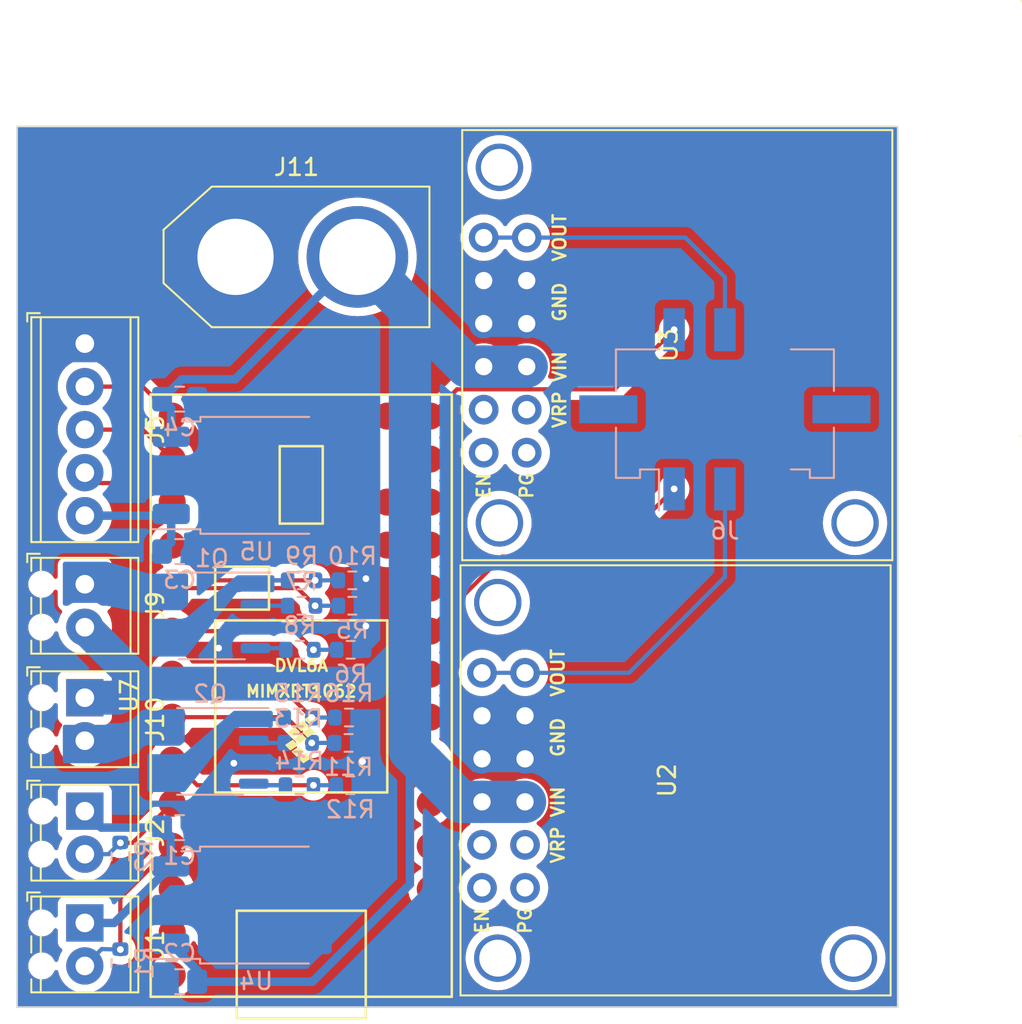
<source format=kicad_pcb>
(kicad_pcb (version 20221018) (generator pcbnew)
  (layers (0 "F.Cu" signal) (31 "B.Cu" signal) (34 "B.Paste" user) (35 "F.Paste" user) (36 "B.SilkS" user "B.Silkscreen") (37 "F.SilkS" user "F.Silkscreen") (38 "B.Mask" user) (39 "F.Mask" user) (44 "Edge.Cuts" user))
  (net 0 "")
  (net 1 "9V")
  (net 2 "/P0_SENSE")
  (net 3 "GND")
  (net 4 "/P1_SENSE")
  (net 5 "5V")
  (net 6 "3V3")
  (net 7 "/LOAD_CELL_CLK")
  (net 8 "/LOAD_CELL_DAT")
  (net 9 "/SERVO_0_PWM")
  (net 10 "/SERVO_1_PWM")
  (net 12 "Net-(Q1A-S1)")
  (net 13 "Net-(Q1A-G1)")
  (net 14 "Net-(Q1B-G2)")
  (net 15 "Net-(Q2A-S1)")
  (net 18 "BATT")
  (net 19 "6VA")
  (net 24 "6VB")
  (net 27 "Net-(Q2A-G1)")
  (net 28 "Net-(Q2B-G2)")
  (net 29 "/ARM_A")
  (net 30 "/FIRE_A")
  (net 31 "/SENSE_A")
  (net 32 "/ARM_B")
  (net 33 "/FIRE_B")
  (net 34 "/SENSE_B")
  (net 36 "/PYRO_A")
  (net 37 "/PYRO_B")
  (footprint "Pololu:D36V50F6-TARS" (layer "F.Cu") (at 103.285 64.21 -90)
    (fp_text reference "U3" (at 12.7 -12.2 90) (layer "F.SilkS"))
    (fp_text value "D36V50F6")
    (fp_text user "PG" (at 21 -3.81 90) (layer "F.SilkS") (effects (font (size 0.75 0.75))))
    (fp_text user "VRP" (at 16.51 -5.75 90) (layer "F.SilkS") (effects (font (size 0.75 0.75))))
    (fp_text user "VOUT" (at 6.35 -5.75 90) (layer "F.SilkS") (effects (font (size 0.75 0.75))))
    (fp_text user "EN" (at 21 -1.27 90) (layer "F.SilkS") (effects (font (size 0.75 0.75))))
    (fp_text user "VIN" (at 13.97 -5.75 90) (layer "F.SilkS") (effects (font (size 0.75 0.75))))
    (fp_text user "GND" (at 10.16 -5.75 90) (layer "F.SilkS") (effects (font (size 0.75 0.75))))
    (pad "" np_thru_hole circle (at 2.2 -2.2 270) (size 2.8 2.8) (drill 2.18) (layers "*.Cu" "*.Mask"))
    (pad "" np_thru_hole circle (at 23.2 -23.2 270) (size 2.8 2.8) (drill 2.18) (layers "*.Cu" "*.Mask"))
    (pad "" np_thru_hole circle (at 23.2 -2.2 270) (size 2.8 2.8) (drill 2.18) (layers "*.Cu" "*.Mask"))
    (pad "1" thru_hole circle (at 19.05 -3.81 270) (size 1.75 1.75) (drill 1.02) (layers "*.Cu" "*.Mask"))
    (pad "2" thru_hole circle (at 16.51 -3.81 270) (size 1.75 1.75) (drill 1.02) (layers "*.Cu" "*.Mask"))
    (pad "3" thru_hole circle (at 13.97 -3.81 270) (size 1.75 1.75) (drill 1.02) (layers "*.Cu" "*.Mask") (net 18 "BATT"))
    (pad "4" thru_hole circle (at 11.43 -3.81 270) (size 1.75 1.75) (drill 1.02) (layers "*.Cu" "*.Mask") (net 3 "GND"))
    (pad "5" thru_hole circle (at 8.89 -3.81 270) (size 1.75 1.75) (drill 1.02) (layers "*.Cu" "*.Mask") (net 3 "GND"))
    (pad "6" thru_hole circle (at 6.35 -3.81 270) (size 1.75 1.75) (drill 1.02) (layers "*.Cu" "*.Mask") (net 24 "6VB"))
    (pad "7" thru_hole circle (at 19.05 -1.27 270) (size 1.75 1.75) (drill 1.02) (layers "*.Cu" "*.Mask"))
    (pad "8" thru_hole circle (at 16.51 -1.27 270) (size 1.75 1.75) (drill 1.02) (layers "*.Cu" "*.Mask"))
    (pad "9" thru_hole circle (at 13.97 -1.27 270) (size 1.75 1.75) (drill 1.02) (layers "*.Cu" "*.Mask") (net 18 "BATT"))
    (pad "10" thru_hole circle (at 11.43 -1.27 270) (size 1.75 1.75) (drill 1.02) (layers "*.Cu" "*.Mask") (net 3 "GND"))
    (pad "11" thru_hole circle (at 8.89 -1.27 270) (size 1.75 1.75) (drill 1.02) (layers "*.Cu" "*.Mask") (net 3 "GND"))
    (pad "12" thru_hole circle (at 6.35 -1.27 270) (size 1.75 1.75) (drill 1.02) (layers "*.Cu" "*.Mask") (net 24 "6VB"))
  )
  (footprint "Teensy:Teensy40" (layer "F.Cu") (at 93.78 97.61 90)
    (fp_text reference "U7" (at 0 -10.16 90) (layer "F.SilkS"))
    (fp_text value "Teensy4.0")
    (fp_text user "DVL6A" (at 1.778 0 180) (layer "F.SilkS") (effects (font (size 0.7 0.7))))
    (fp_text user "MIMXRT1062" (at 0.254 0 180) (layer "F.SilkS") (effects (font (size 0.7 0.7))))
    (pad "1" smd circle (at -16.51 7.62 90) (size 1.6 1.6) (layers "F.Cu" "F.Paste" "F.Mask") (net 3 "GND"))
    (pad "2" smd circle (at -13.97 7.62 90) (size 1.6 1.6) (layers "F.Cu" "F.Paste" "F.Mask"))
    (pad "3" smd circle (at -11.43 7.62 90) (size 1.6 1.6) (layers "F.Cu" "F.Paste" "F.Mask"))
    (pad "4" smd circle (at -8.89 7.62 90) (size 1.6 1.6) (layers "F.Cu" "F.Paste" "F.Mask"))
    (pad "5" smd circle (at -6.35 7.62 90) (size 1.6 1.6) (layers "F.Cu" "F.Paste" "F.Mask"))
    (pad "6" smd circle (at -3.81 7.62 90) (size 1.6 1.6) (layers "F.Cu" "F.Paste" "F.Mask"))
    (pad "7" smd circle (at -1.27 7.62 90) (size 1.6 1.6) (layers "F.Cu" "F.Paste" "F.Mask"))
    (pad "8" smd circle (at 1.27 7.62 90) (size 1.6 1.6) (layers "F.Cu" "F.Paste" "F.Mask"))
    (pad "9" smd circle (at 3.81 7.62 90) (size 1.6 1.6) (layers "F.Cu" "F.Paste" "F.Mask") (net 9 "/SERVO_0_PWM"))
    (pad "10" smd circle (at 6.35 7.62 90) (size 1.6 1.6) (layers "F.Cu" "F.Paste" "F.Mask"))
    (pad "11" smd circle (at 8.89 7.62 90) (size 1.6 1.6) (layers "F.Cu" "F.Paste" "F.Mask"))
    (pad "12" smd circle (at 11.43 7.62 90) (size 1.6 1.6) (layers "F.Cu" "F.Paste" "F.Mask"))
    (pad "13" smd circle (at 13.97 7.62 90) (size 1.6 1.6) (layers "F.Cu" "F.Paste" "F.Mask"))
    (pad "14" smd circle (at 16.51 7.62 90) (size 1.6 1.6) (layers "F.Cu" "F.Paste" "F.Mask") (net 10 "/SERVO_1_PWM"))
    (pad "15" smd circle (at 16.51 5.08 90) (size 1.6 1.6) (layers "F.Cu" "F.Paste" "F.Mask"))
    (pad "16" smd circle (at 16.51 2.54 90) (size 1.6 1.6) (layers "F.Cu" "F.Paste" "F.Mask") (net 6 "3V3"))
    (pad "17" smd circle (at 16.51 0 90) (size 1.6 1.6) (layers "F.Cu" "F.Paste" "F.Mask") (net 3 "GND"))
    (pad "18" smd circle (at 16.51 -2.54 90) (size 1.6 1.6) (layers "F.Cu" "F.Paste" "F.Mask"))
    (pad "19" smd circle (at 16.51 -5.08 90) (size 1.6 1.6) (layers "F.Cu" "F.Paste" "F.Mask"))
    (pad "20" smd circle (at 16.51 -7.62 90) (size 1.6 1.6) (layers "F.Cu" "F.Paste" "F.Mask") (net 8 "/LOAD_CELL_DAT"))
    (pad "21" smd circle (at 13.97 -7.62 90) (size 1.6 1.6) (layers "F.Cu" "F.Paste" "F.Mask") (net 7 "/LOAD_CELL_CLK"))
    (pad "22" smd circle (at 11.43 -7.62 90) (size 1.6 1.6) (layers "F.Cu" "F.Paste" "F.Mask"))
    (pad "23" smd circle (at 8.89 -7.62 90) (size 1.6 1.6) (layers "F.Cu" "F.Paste" "F.Mask") (net 31 "/SENSE_A"))
    (pad "24" smd circle (at 6.35 -7.62 90) (size 1.6 1.6) (layers "F.Cu" "F.Paste" "F.Mask") (net 29 "/ARM_A"))
    (pad "25" smd circle (at 3.81 -7.62 90) (size 1.6 1.6) (layers "F.Cu" "F.Paste" "F.Mask") (net 30 "/FIRE_A"))
    (pad "26" smd circle (at 1.27 -7.62 90) (size 1.6 1.6) (layers "F.Cu" "F.Paste" "F.Mask") (net 34 "/SENSE_B"))
    (pad "27" smd circle (at -1.27 -7.62 90) (size 1.6 1.6) (layers "F.Cu" "F.Paste" "F.Mask") (net 32 "/ARM_B"))
    (pad "28" smd circle (at -3.81 -7.62 90) (size 1.6 1.6) (layers "F.Cu" "F.Paste" "F.Mask") (net 33 "/FIRE_B"))
    (pad "29" smd circle (at -6.35 -7.62 90) (size 1.6 1.6) (layers "F.Cu" "F.Paste" "F.Mask") (net 4 "/P1_SENSE"))
    (pad "30" smd circle (at -8.89 -7.62 90) (size 1.6 1.6) (layers "F.Cu" "F.Paste" "F.Mask") (net 2 "/P0_SENSE"))
    (pad "31" smd circle (at -11.43 -7.62 90) (size 1.6 1.6) (layers "F.Cu" "F.Paste" "F.Mask"))
    (pad "32" smd circle (at -13.97 -7.62 90) (size 1.6 1.6) (layers "F.Cu" "F.Paste" "F.Mask"))
    (pad "33" smd circle (at -16.51 -7.62 90) (size 1.6 1.6) (layers "F.Cu" "F.Paste" "F.Mask"))
    (pad "34" smd circle (at -13.97 -5.08 90) (size 1.6 1.6) (layers "F.Cu" "F.Paste" "F.Mask"))
    (pad "35" smd circle (at 11.43 -5.08 90) (size 1.6 1.6) (layers "F.Cu" "F.Paste" "F.Mask"))
    (pad "36" smd circle (at 8.89 -5.08 90) (size 1.6 1.6) (layers "F.Cu" "F.Paste" "F.Mask"))
    (pad "37" smd circle (at 11.43 -2.54 90) (size 1.6 1.6) (layers "F.Cu" "F.Paste" "F.Mask"))
    (pad "38" smd circle (at 8.89 -2.54 90) (size 1.6 1.6) (layers "F.Cu" "F.Paste" "F.Mask"))
    (pad "39" smd circle (at 11.43 0 90) (size 1.6 1.6) (layers "F.Cu" "F.Paste" "F.Mask"))
    (pad "40" smd circle (at 8.89 0 90) (size 1.6 1.6) (layers "F.Cu" "F.Paste" "F.Mask"))
    (pad "41" smd circle (at 11.43 2.54 90) (size 1.6 1.6) (layers "F.Cu" "F.Paste" "F.Mask"))
    (pad "42" smd circle (at 8.89 2.54 90) (size 1.6 1.6) (layers "F.Cu" "F.Paste" "F.Mask"))
    (pad "43" smd circle (at 11.43 5.08 90) (size 1.6 1.6) (layers "F.Cu" "F.Paste" "F.Mask"))
    (pad "44" smd circle (at 8.89 5.08 90) (size 1.6 1.6) (layers "F.Cu" "F.Paste" "F.Mask"))
  )
  (footprint "TerminalBlock_Phoenix:TerminalBlock_Phoenix_MPT-0,5-2-2.54_1x02_P2.54mm_Horizontal" (layer "F.Cu") (at 81 97.73 -90)
    (fp_text reference "J10" (at 1.27 -4.16 90) (layer "F.SilkS"))
    (fp_text value "PYRO_FIRE_1")
    (pad "" np_thru_hole circle (at 0 2.54 270) (size 1.1 1.1) (drill 1.1) (layers "*.Cu" "*.Mask"))
    (pad "" np_thru_hole circle (at 2.54 2.54 270) (size 1.1 1.1) (drill 1.1) (layers "*.Cu" "*.Mask"))
    (pad "1" thru_hole rect (at 0 0 270) (size 2.2 2.2) (drill 1.1) (layers "*.Cu" "*.Mask") (net 18 "BATT"))
    (pad "2" thru_hole circle (at 2.54 0 270) (size 2.2 2.2) (drill 1.1) (layers "*.Cu" "*.Mask") (net 37 "/PYRO_B"))
  )
  (footprint "TerminalBlock_Phoenix:TerminalBlock_Phoenix_MPT-0,5-2-2.54_1x02_P2.54mm_Horizontal" (layer "F.Cu") (at 81 104.43 -90)
    (fp_text reference "J2" (at 1.27 -4.16 90) (layer "F.SilkS"))
    (fp_text value "PT_BLOCK_1")
    (pad "" np_thru_hole circle (at 0 2.54 270) (size 1.1 1.1) (drill 1.1) (layers "*.Cu" "*.Mask"))
    (pad "" np_thru_hole circle (at 2.54 2.54 270) (size 1.1 1.1) (drill 1.1) (layers "*.Cu" "*.Mask"))
    (pad "1" thru_hole rect (at 0 0 270) (size 2.2 2.2) (drill 1.1) (layers "*.Cu" "*.Mask") (net 1 "9V"))
    (pad "2" thru_hole circle (at 2.54 0 270) (size 2.2 2.2) (drill 1.1) (layers "*.Cu" "*.Mask") (net 4 "/P1_SENSE"))
  )
  (footprint "Pololu:D36V50F6-TARS" (layer "F.Cu") (at 103.185 89.91 -90)
    (fp_text reference "U2" (at 12.7 -12.2 90) (layer "F.SilkS"))
    (fp_text value "D36V50F6")
    (fp_text user "VIN" (at 13.97 -5.75 90) (layer "F.SilkS") (effects (font (size 0.75 0.75))))
    (fp_text user "GND" (at 10.16 -5.75 90) (layer "F.SilkS") (effects (font (size 0.75 0.75))))
    (fp_text user "PG" (at 21 -3.81 90) (layer "F.SilkS") (effects (font (size 0.75 0.75))))
    (fp_text user "VOUT" (at 6.35 -5.75 90) (layer "F.SilkS") (effects (font (size 0.75 0.75))))
    (fp_text user "VRP" (at 16.51 -5.75 90) (layer "F.SilkS") (effects (font (size 0.75 0.75))))
    (fp_text user "EN" (at 21 -1.27 90) (layer "F.SilkS") (effects (font (size 0.75 0.75))))
    (pad "" np_thru_hole circle (at 2.2 -2.2 270) (size 2.8 2.8) (drill 2.18) (layers "*.Cu" "*.Mask"))
    (pad "" np_thru_hole circle (at 23.2 -23.2 270) (size 2.8 2.8) (drill 2.18) (layers "*.Cu" "*.Mask"))
    (pad "" np_thru_hole circle (at 23.2 -2.2 270) (size 2.8 2.8) (drill 2.18) (layers "*.Cu" "*.Mask"))
    (pad "1" thru_hole circle (at 19.05 -3.81 270) (size 1.75 1.75) (drill 1.02) (layers "*.Cu" "*.Mask"))
    (pad "2" thru_hole circle (at 16.51 -3.81 270) (size 1.75 1.75) (drill 1.02) (layers "*.Cu" "*.Mask"))
    (pad "3" thru_hole circle (at 13.97 -3.81 270) (size 1.75 1.75) (drill 1.02) (layers "*.Cu" "*.Mask") (net 18 "BATT"))
    (pad "4" thru_hole circle (at 11.43 -3.81 270) (size 1.75 1.75) (drill 1.02) (layers "*.Cu" "*.Mask") (net 3 "GND"))
    (pad "5" thru_hole circle (at 8.89 -3.81 270) (size 1.75 1.75) (drill 1.02) (layers "*.Cu" "*.Mask") (net 3 "GND"))
    (pad "6" thru_hole circle (at 6.35 -3.81 270) (size 1.75 1.75) (drill 1.02) (layers "*.Cu" "*.Mask") (net 19 "6VA"))
    (pad "7" thru_hole circle (at 19.05 -1.27 270) (size 1.75 1.75) (drill 1.02) (layers "*.Cu" "*.Mask"))
    (pad "8" thru_hole circle (at 16.51 -1.27 270) (size 1.75 1.75) (drill 1.02) (layers "*.Cu" "*.Mask"))
    (pad "9" thru_hole circle (at 13.97 -1.27 270) (size 1.75 1.75) (drill 1.02) (layers "*.Cu" "*.Mask") (net 18 "BATT"))
    (pad "10" thru_hole circle (at 11.43 -1.27 270) (size 1.75 1.75) (drill 1.02) (layers "*.Cu" "*.Mask") (net 3 "GND"))
    (pad "11" thru_hole circle (at 8.89 -1.27 270) (size 1.75 1.75) (drill 1.02) (layers "*.Cu" "*.Mask") (net 3 "GND"))
    (pad "12" thru_hole circle (at 6.35 -1.27 270) (size 1.75 1.75) (drill 1.02) (layers "*.Cu" "*.Mask") (net 19 "6VA"))
  )
  (footprint "TerminalBlock_Phoenix:TerminalBlock_Phoenix_MPT-0,5-2-2.54_1x02_P2.54mm_Horizontal" (layer "F.Cu") (at 81 91.03 -90)
    (fp_text reference "J9" (at 1.27 -4.16 90) (layer "F.SilkS"))
    (fp_text value "PYRO_FIRE_0")
    (pad "" np_thru_hole circle (at 0 2.54 270) (size 1.1 1.1) (drill 1.1) (layers "*.Cu" "*.Mask"))
    (pad "" np_thru_hole circle (at 2.54 2.54 270) (size 1.1 1.1) (drill 1.1) (layers "*.Cu" "*.Mask"))
    (pad "1" thru_hole rect (at 0 0 270) (size 2.2 2.2) (drill 1.1) (layers "*.Cu" "*.Mask") (net 36 "/PYRO_A"))
    (pad "2" thru_hole circle (at 2.54 0 270) (size 2.2 2.2) (drill 1.1) (layers "*.Cu" "*.Mask") (net 18 "BATT"))
  )
  (footprint "Connector_AMASS:AMASS_XT60-M_1x02_P7.20mm_Vertical" (layer "F.Cu") (at 89.9 71.7)
    (fp_text reference "J11" (at 3.6 -5.3) (layer "F.SilkS"))
    (fp_text value "XT60")
    (pad "1" thru_hole roundrect (at 0 0) (size 6 6) (drill 4.5) (layers "*.Cu" "*.Mask") (net 3 "GND"))
    (pad "2" thru_hole circle (at 7.2 0) (size 6 6) (drill 4.5) (layers "*.Cu" "*.Mask") (net 18 "BATT"))
  )
  (footprint "TerminalBlock_Phoenix:TerminalBlock_Phoenix_MPT-0,5-5-2.54_1x05_P2.54mm_Horizontal" (layer "F.Cu") (at 81 76.82 -90)
    (fp_text reference "J5" (at 5.08 -4.16 90) (layer "F.SilkS"))
    (fp_text value "Screw_Terminal_01x05")
    (pad "1" thru_hole rect (at 0 0 270) (size 2.2 2.2) (drill 1.1) (layers "*.Cu" "*.Mask") (net 3 "GND"))
    (pad "2" thru_hole circle (at 2.54 0 270) (size 2.2 2.2) (drill 1.1) (layers "*.Cu" "*.Mask") (net 8 "/LOAD_CELL_DAT"))
    (pad "3" thru_hole circle (at 5.08 0 270) (size 2.2 2.2) (drill 1.1) (layers "*.Cu" "*.Mask") (net 7 "/LOAD_CELL_CLK"))
    (pad "4" thru_hole circle (at 7.62 0 270) (size 2.2 2.2) (drill 1.1) (layers "*.Cu" "*.Mask") (net 6 "3V3"))
    (pad "5" thru_hole circle (at 10.16 0 270) (size 2.2 2.2) (drill 1.1) (layers "*.Cu" "*.Mask") (net 5 "5V"))
  )
  (footprint "TerminalBlock_Phoenix:TerminalBlock_Phoenix_MPT-0,5-2-2.54_1x02_P2.54mm_Horizontal" (layer "F.Cu") (at 81 111.03 -90)
    (fp_text reference "J1" (at 1.27 -4.16 90) (layer "F.SilkS"))
    (fp_text value "PT_BLOCK_0")
    (pad "" np_thru_hole circle (at 0 2.54 270) (size 1.1 1.1) (drill 1.1) (layers "*.Cu" "*.Mask"))
    (pad "" np_thru_hole circle (at 2.54 2.54 270) (size 1.1 1.1) (drill 1.1) (layers "*.Cu" "*.Mask"))
    (pad "1" thru_hole rect (at 0 0 270) (size 2.2 2.2) (drill 1.1) (layers "*.Cu" "*.Mask") (net 1 "9V"))
    (pad "2" thru_hole circle (at 2.54 0 270) (size 2.2 2.2) (drill 1.1) (layers "*.Cu" "*.Mask") (net 2 "/P0_SENSE"))
  )
  (footprint "Connector_Molex:Molex_Micro-Fit_3.0_43045-0618_2x03-1MP_P3.00mm_Vertical" (layer "B.Cu") (at 118.8 80.7)
    (fp_text reference "J6" (at 0 7.17) (layer "B.SilkS") (effects (justify mirror)))
    (fp_text value "SEREVO_MOUNT")
    (pad "1" smd rect (at -3 4.7) (size 1.27 2.54) (layers "B.Cu" "B.Paste" "B.Mask") (net 9 "/SERVO_0_PWM"))
    (pad "2" smd rect (at 0 4.7) (size 1.27 2.54) (layers "B.Cu" "B.Paste" "B.Mask") (net 19 "6VA"))
    (pad "3" smd rect (at 3 4.7) (size 1.27 2.54) (layers "B.Cu" "B.Paste" "B.Mask") (net 3 "GND"))
    (pad "4" smd rect (at -3 -4.7) (size 1.27 2.54) (layers "B.Cu" "B.Paste" "B.Mask") (net 10 "/SERVO_1_PWM"))
    (pad "5" smd rect (at 0 -4.7) (size 1.27 2.54) (layers "B.Cu" "B.Paste" "B.Mask") (net 24 "6VB"))
    (pad "6" smd rect (at 3 -4.7) (size 1.27 2.54) (layers "B.Cu" "B.Paste" "B.Mask") (net 3 "GND"))
    (pad "MP" smd rect (at -6.885 0) (size 3.43 1.65) (layers "B.Cu" "B.Paste" "B.Mask"))
    (pad "MP" smd rect (at 6.885 0) (size 3.43 1.65) (layers "B.Cu" "B.Paste" "B.Mask"))
  )
  (footprint "Package_SO:SO-8_3.9x4.9mm_P1.27mm" (layer "B.Cu") (at 88.5 92.9 180)
    (fp_text reference "Q1" (at 0 3.4) (layer "B.SilkS") (effects (justify mirror)))
    (fp_text value "DMNH6022SSDQ" hide)
    (pad "1" smd roundrect (at -2.575 1.905 180) (size 1.75 0.6) (layers "B.Cu" "B.Paste" "B.Mask") (net 12 "Net-(Q1A-S1)"))
    (pad "2" smd roundrect (at -2.575 0.635 180) (size 1.75 0.6) (layers "B.Cu" "B.Paste" "B.Mask") (net 13 "Net-(Q1A-G1)"))
    (pad "3" smd roundrect (at -2.575 -0.635 180) (size 1.75 0.6) (layers "B.Cu" "B.Paste" "B.Mask") (net 3 "GND"))
    (pad "4" smd roundrect (at -2.575 -1.905 180) (size 1.75 0.6) (layers "B.Cu" "B.Paste" "B.Mask") (net 14 "Net-(Q1B-G2)"))
    (pad "5" smd roundrect (at 2.575 -1.905 180) (size 1.75 0.6) (layers "B.Cu" "B.Paste" "B.Mask") (net 12 "Net-(Q1A-S1)"))
    (pad "6" smd roundrect (at 2.575 -0.635 180) (size 1.75 0.6) (layers "B.Cu" "B.Paste" "B.Mask") (net 12 "Net-(Q1A-S1)"))
    (pad "7" smd roundrect (at 2.575 0.635 180) (size 1.75 0.6) (layers "B.Cu" "B.Paste" "B.Mask") (net 36 "/PYRO_A"))
    (pad "8" smd roundrect (at 2.575 1.905 180) (size 1.75 0.6) (layers "B.Cu" "B.Paste" "B.Mask") (net 36 "/PYRO_A"))
  )
  (footprint "Resistor_SMD:R_0603_1608Metric" (layer "B.Cu") (at 83.1 107.1 90)
    (fp_text reference "R2" (at 0 1.43 90) (layer "B.SilkS") (effects (justify mirror)))
    (fp_text value "150")
    (pad "1" smd roundrect (at -0.825 0 90) (size 0.8 0.95) (layers "B.Cu" "B.Paste" "B.Mask") (net 3 "GND"))
    (pad "2" smd roundrect (at 0.825 0 90) (size 0.8 0.95) (layers "B.Cu" "B.Paste" "B.Mask") (net 4 "/P1_SENSE"))
  )
  (footprint "Resistor_SMD:R_0603_1608Metric" (layer "B.Cu") (at 83.1 113.4 90)
    (fp_text reference "R1" (at 0 1.43 90) (layer "B.SilkS") (effects (justify mirror)))
    (fp_text value "150")
    (pad "1" smd roundrect (at -0.825 0 90) (size 0.8 0.95) (layers "B.Cu" "B.Paste" "B.Mask") (net 3 "GND"))
    (pad "2" smd roundrect (at 0.825 0 90) (size 0.8 0.95) (layers "B.Cu" "B.Paste" "B.Mask") (net 2 "/P0_SENSE"))
  )
  (footprint "Resistor_SMD:R_0603_1608Metric" (layer "B.Cu") (at 93.7 94.9 180)
    (fp_text reference "R8" (at 0 1.43) (layer "B.SilkS") (effects (justify mirror)))
    (fp_text value "1k")
    (pad "1" smd roundrect (at -0.825 0 180) (size 0.8 0.95) (layers "B.Cu" "B.Paste" "B.Mask") (net 30 "/FIRE_A"))
    (pad "2" smd roundrect (at 0.825 0 180) (size 0.8 0.95) (layers "B.Cu" "B.Paste" "B.Mask") (net 14 "Net-(Q1B-G2)"))
  )
  (footprint "Capacitor_SMD:C_0805_2012Metric_Pad1.18x1.45mm_HandSolder" (layer "B.Cu") (at 86.6 114.5 180)
    (fp_text reference "C2" (at 0 1.68) (layer "B.SilkS") (effects (justify mirror)))
    (fp_text value "100nF")
    (pad "1" smd roundrect (at -1.0375 0 180) (size 1.175 1.45) (layers "B.Cu" "B.Paste" "B.Mask") (roundrect_rratio 0.212766) (net 18 "BATT"))
    (pad "2" smd roundrect (at 1.0375 0 180) (size 1.175 1.45) (layers "B.Cu" "B.Paste" "B.Mask") (roundrect_rratio 0.212766) (net 3 "GND"))
  )
  (footprint "Resistor_SMD:R_0603_1608Metric" (layer "B.Cu") (at 96.8 90.8 180)
    (fp_text reference "R10" (at 0 1.43) (layer "B.SilkS") (effects (justify mirror)))
    (fp_text value "20k")
    (pad "1" smd roundrect (at -0.825 0 180) (size 0.8 0.95) (layers "B.Cu" "B.Paste" "B.Mask") (net 3 "GND"))
    (pad "2" smd roundrect (at 0.825 0 180) (size 0.8 0.95) (layers "B.Cu" "B.Paste" "B.Mask") (net 31 "/SENSE_A"))
  )
  (footprint "Resistor_SMD:R_0603_1608Metric" (layer "B.Cu") (at 96.7 94.9)
    (fp_text reference "R6" (at 0 1.43 -360) (layer "B.SilkS") (effects (justify mirror)))
    (fp_text value "3.3k")
    (pad "1" smd roundrect (at -0.825 0) (size 0.8 0.95) (layers "B.Cu" "B.Paste" "B.Mask") (net 30 "/FIRE_A"))
    (pad "2" smd roundrect (at 0.825 0) (size 0.8 0.95) (layers "B.Cu" "B.Paste" "B.Mask") (net 3 "GND"))
  )
  (footprint "Resistor_SMD:R_0603_1608Metric" (layer "B.Cu") (at 93.6 98.9 180)
    (fp_text reference "R15" (at 0 1.43 -360) (layer "B.SilkS") (effects (justify mirror)))
    (fp_text value "5k")
    (pad "1" smd roundrect (at -0.825 0 180) (size 0.8 0.95) (layers "B.Cu" "B.Paste" "B.Mask") (net 34 "/SENSE_B"))
    (pad "2" smd roundrect (at 0.825 0 180) (size 0.8 0.95) (layers "B.Cu" "B.Paste" "B.Mask") (net 15 "Net-(Q2A-S1)"))
  )
  (footprint "Resistor_SMD:R_0603_1608Metric" (layer "B.Cu") (at 93.8 90.8 180)
    (fp_text reference "R9" (at 0 1.43) (layer "B.SilkS") (effects (justify mirror)))
    (fp_text value "5k")
    (pad "1" smd roundrect (at -0.825 0 180) (size 0.8 0.95) (layers "B.Cu" "B.Paste" "B.Mask") (net 31 "/SENSE_A"))
    (pad "2" smd roundrect (at 0.825 0 180) (size 0.8 0.95) (layers "B.Cu" "B.Paste" "B.Mask") (net 12 "Net-(Q1A-S1)"))
  )
  (footprint "Package_TO_SOT_SMD:TO-252-3_TabPin2" (layer "B.Cu") (at 91.115 109.975)
    (fp_text reference "U4" (at 0 4.5) (layer "B.SilkS") (effects (justify mirror)))
    (fp_text value "LM7809_TO220")
    (pad "1" smd roundrect (at -5.04 2.28) (size 2.2 1.2) (layers "B.Cu" "B.Paste" "B.Mask") (roundrect_rratio 0.208333) (net 18 "BATT"))
    (pad "2" smd roundrect (at -5.04 0) (size 2.2 1.2) (layers "B.Cu" "B.Paste" "B.Mask") (roundrect_rratio 0.208333) (net 3 "GND"))
    (pad "2" smd roundrect (at -0.415 -1.525) (size 3.05 2.75) (layers "B.Cu" "B.Paste") (roundrect_rratio 0.090909) (net 3 "GND"))
    (pad "2" smd roundrect (at -0.415 1.525) (size 3.05 2.75) (layers "B.Cu" "B.Paste") (roundrect_rratio 0.090909) (net 3 "GND"))
    (pad "2" smd roundrect (at 1.26 0) (size 6.4 5.8) (layers "B.Cu" "B.Mask") (roundrect_rratio 0.043103) (net 3 "GND"))
    (pad "2" smd roundrect (at 2.935 -1.525) (size 3.05 2.75) (layers "B.Cu" "B.Paste") (roundrect_rratio 0.090909) (net 3 "GND"))
    (pad "2" smd roundrect (at 2.935 1.525) (size 3.05 2.75) (layers "B.Cu" "B.Paste") (roundrect_rratio 0.090909) (net 3 "GND"))
    (pad "3" smd roundrect (at -5.04 -2.28) (size 2.2 1.2) (layers "B.Cu" "B.Paste" "B.Mask") (roundrect_rratio 0.208333) (net 1 "9V"))
  )
  (footprint "Resistor_SMD:R_0603_1608Metric" (layer "B.Cu") (at 93.8 92.3 180)
    (fp_text reference "R7" (at 0 1.43 -360) (layer "B.SilkS") (effects (justify mirror)))
    (fp_text value "1k")
    (pad "1" smd roundrect (at -0.825 0 180) (size 0.8 0.95) (layers "B.Cu" "B.Paste" "B.Mask") (net 29 "/ARM_A"))
    (pad "2" smd roundrect (at 0.825 0 180) (size 0.8 0.95) (layers "B.Cu" "B.Paste" "B.Mask") (net 13 "Net-(Q1A-G1)"))
  )
  (footprint "Capacitor_SMD:C_0805_2012Metric_Pad1.18x1.45mm_HandSolder" (layer "B.Cu") (at 86.6 105.4)
    (fp_text reference "C1" (at 0 1.68) (layer "B.SilkS") (effects (justify mirror)))
    (fp_text value "100nF")
    (pad "1" smd roundrect (at -1.0375 0) (size 1.175 1.45) (layers "B.Cu" "B.Paste" "B.Mask") (roundrect_rratio 0.212766) (net 1 "9V"))
    (pad "2" smd roundrect (at 1.0375 0) (size 1.175 1.45) (layers "B.Cu" "B.Paste" "B.Mask") (roundrect_rratio 0.212766) (net 3 "GND"))
  )
  (footprint "Capacitor_SMD:C_0805_2012Metric_Pad1.18x1.45mm_HandSolder" (layer "B.Cu") (at 86.6 80.1)
    (fp_text reference "C4" (at 0 1.68) (layer "B.SilkS") (effects (justify mirror)))
    (fp_text value "100nF")
    (pad "1" smd roundrect (at -1.0375 0) (size 1.175 1.45) (layers "B.Cu" "B.Paste" "B.Mask") (roundrect_rratio 0.212766) (net 18 "BATT"))
    (pad "2" smd roundrect (at 1.0375 0) (size 1.175 1.45) (layers "B.Cu" "B.Paste" "B.Mask") (roundrect_rratio 0.212766) (net 3 "GND"))
  )
  (footprint "Resistor_SMD:R_0603_1608Metric" (layer "B.Cu") (at 96.6 98.9 180)
    (fp_text reference "R16" (at 0 1.43 -360) (layer "B.SilkS") (effects (justify mirror)))
    (fp_text value "20k")
    (pad "1" smd roundrect (at -0.825 0 180) (size 0.8 0.95) (layers "B.Cu" "B.Paste" "B.Mask") (net 3 "GND"))
    (pad "2" smd roundrect (at 0.825 0 180) (size 0.8 0.95) (layers "B.Cu" "B.Paste" "B.Mask") (net 34 "/SENSE_B"))
  )
  (footprint "Resistor_SMD:R_0603_1608Metric" (layer "B.Cu") (at 96.675 102.9)
    (fp_text reference "R12" (at 0 1.43 -360) (layer "B.SilkS") (effects (justify mirror)))
    (fp_text value "3.3k")
    (pad "1" smd roundrect (at -0.825 0) (size 0.8 0.95) (layers "B.Cu" "B.Paste" "B.Mask") (net 33 "/FIRE_B"))
    (pad "2" smd roundrect (at 0.825 0) (size 0.8 0.95) (layers "B.Cu" "B.Paste" "B.Mask") (net 3 "GND"))
  )
  (footprint "Resistor_SMD:R_0603_1608Metric" (layer "B.Cu") (at 93.6 100.4 180)
    (fp_text reference "R13" (at 0 1.43 -360) (layer "B.SilkS") (effects (justify mirror)))
    (fp_text value "1k")
    (pad "1" smd roundrect (at -0.825 0 180) (size 0.8 0.95) (layers "B.Cu" "B.Paste" "B.Mask") (net 32 "/ARM_B"))
    (pad "2" smd roundrect (at 0.825 0 180) (size 0.8 0.95) (layers "B.Cu" "B.Paste" "B.Mask") (net 27 "Net-(Q2A-G1)"))
  )
  (footprint "Capacitor_SMD:C_0805_2012Metric_Pad1.18x1.45mm_HandSolder" (layer "B.Cu") (at 86.6 89.1)
    (fp_text reference "C3" (at 0 1.68) (layer "B.SilkS") (effects (justify mirror)))
    (fp_text value "100nF")
    (pad "1" smd roundrect (at -1.0375 0) (size 1.175 1.45) (layers "B.Cu" "B.Paste" "B.Mask") (roundrect_rratio 0.212766) (net 5 "5V"))
    (pad "2" smd roundrect (at 1.0375 0) (size 1.175 1.45) (layers "B.Cu" "B.Paste" "B.Mask") (roundrect_rratio 0.212766) (net 3 "GND"))
  )
  (footprint "Package_TO_SOT_SMD:TO-252-3_TabPin2" (layer "B.Cu") (at 91.14 84.6)
    (fp_text reference "U5" (at 0 4.5) (layer "B.SilkS") (effects (justify mirror)))
    (fp_text value "LM7805_TO220")
    (pad "1" smd roundrect (at -5.04 2.28) (size 2.2 1.2) (layers "B.Cu" "B.Paste" "B.Mask") (roundrect_rratio 0.208333) (net 5 "5V"))
    (pad "2" smd roundrect (at -5.04 0) (size 2.2 1.2) (layers "B.Cu" "B.Paste" "B.Mask") (roundrect_rratio 0.208333) (net 3 "GND"))
    (pad "2" smd roundrect (at -0.415 -1.525) (size 3.05 2.75) (layers "B.Cu" "B.Paste") (roundrect_rratio 0.090909) (net 3 "GND"))
    (pad "2" smd roundrect (at -0.415 1.525) (size 3.05 2.75) (layers "B.Cu" "B.Paste") (roundrect_rratio 0.090909) (net 3 "GND"))
    (pad "2" smd roundrect (at 1.26 0) (size 6.4 5.8) (layers "B.Cu" "B.Mask") (roundrect_rratio 0.043103) (net 3 "GND"))
    (pad "2" smd roundrect (at 2.935 -1.525) (size 3.05 2.75) (layers "B.Cu" "B.Paste") (roundrect_rratio 0.090909) (net 3 "GND"))
    (pad "2" smd roundrect (at 2.935 1.525) (size 3.05 2.75) (layers "B.Cu" "B.Paste") (roundrect_rratio 0.090909) (net 3 "GND"))
    (pad "3" smd roundrect (at -5.04 -2.28) (size 2.2 1.2) (layers "B.Cu" "B.Paste" "B.Mask") (roundrect_rratio 0.208333) (net 18 "BATT"))
  )
  (footprint "Resistor_SMD:R_0603_1608Metric" (layer "B.Cu") (at 96.575 100.4)
    (fp_text reference "R11" (at 0 1.43 -360) (layer "B.SilkS") (effects (justify mirror)))
    (fp_text value "3.3k")
    (pad "1" smd roundrect (at -0.825 0) (size 0.8 0.95) (layers "B.Cu" "B.Paste" "B.Mask") (net 32 "/ARM_B"))
    (pad "2" smd roundrect (at 0.825 0) (size 0.8 0.95) (layers "B.Cu" "B.Paste" "B.Mask") (net 3 "GND"))
  )
  (footprint "Resistor_SMD:R_0603_1608Metric" (layer "B.Cu") (at 93.675 102.9 180)
    (fp_text reference "R14" (at 0 1.43 -360) (layer "B.SilkS") (effects (justify mirror)))
    (fp_text value "1k")
    (pad "1" smd roundrect (at -0.825 0 180) (size 0.8 0.95) (layers "B.Cu" "B.Paste" "B.Mask") (net 33 "/FIRE_B"))
    (pad "2" smd roundrect (at 0.825 0 180) (size 0.8 0.95) (layers "B.Cu" "B.Paste" "B.Mask") (net 28 "Net-(Q2B-G2)"))
  )
  (footprint "Package_SO:SO-8_3.9x4.9mm_P1.27mm" (layer "B.Cu") (at 88.4 100.9 180)
    (fp_text reference "Q2" (at 0 3.4) (layer "B.SilkS") (effects (justify mirror)))
    (fp_text value "DMNH6022SSDQ")
    (pad "1" smd roundrect (at -2.575 1.905 180) (size 1.75 0.6) (layers "B.Cu" "B.Paste" "B.Mask") (net 15 "Net-(Q2A-S1)"))
    (pad "2" smd roundrect (at -2.575 0.635 180) (size 1.75 0.6) (layers "B.Cu" "B.Paste" "B.Mask") (net 27 "Net-(Q2A-G1)"))
    (pad "3" smd roundrect (at -2.575 -0.635 180) (size 1.75 0.6) (layers "B.Cu" "B.Paste" "B.Mask") (net 3 "GND"))
    (pad "4" smd roundrect (at -2.575 -1.905 180) (size 1.75 0.6) (layers "B.Cu" "B.Paste" "B.Mask") (net 28 "Net-(Q2B-G2)"))
    (pad "5" smd roundrect (at 2.575 -1.905 180) (size 1.75 0.6) (layers "B.Cu" "B.Paste" "B.Mask") (net 15 "Net-(Q2A-S1)"))
    (pad "6" smd roundrect (at 2.575 -0.635 180) (size 1.75 0.6) (layers "B.Cu" "B.Paste" "B.Mask") (net 15 "Net-(Q2A-S1)"))
    (pad "7" smd roundrect (at 2.575 0.635 180) (size 1.75 0.6) (layers "B.Cu" "B.Paste" "B.Mask") (net 37 "/PYRO_B"))
    (pad "8" smd roundrect (at 2.575 1.905 180) (size 1.75 0.6) (layers "B.Cu" "B.Paste" "B.Mask") (net 37 "/PYRO_B"))
  )
  (footprint "Resistor_SMD:R_0603_1608Metric" (layer "B.Cu") (at 96.8 92.3)
    (fp_text reference "R5" (at 0 1.43 -360) (layer "B.SilkS") (effects (justify mirror)))
    (fp_text value "3.3k")
    (pad "1" smd roundrect (at -0.825 0) (size 0.8 0.95) (layers "B.Cu" "B.Paste" "B.Mask") (net 29 "/ARM_A"))
    (pad "2" smd roundrect (at 0.825 0) (size 0.8 0.95) (layers "B.Cu" "B.Paste" "B.Mask") (net 3 "GND"))
  )
  (gr_rect (start 77 64) (end 129 116) (stroke (width 0.1)) (fill none) (layer "Edge.Cuts"))
  (segment (start 81 111.03) (end 82.74 111.03) (width 0.5) (layer "B.Cu") (net 1))
  (segment (start 85.5625 105.4) (end 81.97 105.4) (width 0.5) (layer "B.Cu") (net 1))
  (segment (start 81.97 105.4) (end 81 104.43) (width 0.5) (layer "B.Cu") (net 1))
  (segment (start 86.075 107.695) (end 86.075 105.9125) (width 0.5) (layer "B.Cu") (net 1))
  (segment (start 86.075 105.9125) (end 85.5625 105.4) (width 0.5) (layer "B.Cu") (net 1))
  (segment (start 82.74 111.03) (end 86.075 107.695) (width 0.5) (layer "B.Cu") (net 1))
  (segment (start 83.1 109.56) (end 86.16 106.5) (width 0.25) (layer "F.Cu") (net 2))
  (segment (start 83.1 112.6) (end 83.1 109.56) (width 0.25) (layer "F.Cu") (net 2))
  (via (at 83.1 112.6) (size 0.8) (drill 0.4) (layers "F.Cu" "B.Cu") (net 2))
  (segment (start 81 113.57) (end 81.995 112.575) (width 0.25) (layer "B.Cu") (net 2))
  (segment (start 81.995 112.575) (end 83.1 112.6) (width 0.25) (layer "B.Cu") (net 2))
  (segment (start 83.1 112.6) (end 83.1 112.575) (width 0.25) (layer "B.Cu") (net 2))
  (via (at 89.8 101.6) (size 0.8) (drill 0.4) (layers "F.Cu" "B.Cu") (net 3))
  (via (at 97.6 93.5) (size 0.8) (drill 0.4) (layers "F.Cu" "B.Cu") (net 3))
  (via (at 97.4 101.5) (size 0.8) (drill 0.4) (layers "F.Cu" "B.Cu") (net 3))
  (via (at 88.9 94.8) (size 0.8) (drill 0.4) (layers "F.Cu" "B.Cu") (net 3))
  (via (at 97.6 90.7) (size 0.8) (drill 0.4) (layers "F.Cu" "B.Cu") (net 3))
  (segment (start 83.1 106.3) (end 83.82 106.3) (width 0.25) (layer "F.Cu") (net 4))
  (segment (start 83.82 106.3) (end 86.16 103.96) (width 0.25) (layer "F.Cu") (net 4))
  (via (at 83.1 106.3) (size 0.8) (drill 0.4) (layers "F.Cu" "B.Cu") (net 4))
  (segment (start 83.075 106.3) (end 83.1 106.3) (width 0.25) (layer "B.Cu") (net 4))
  (segment (start 82.405 106.97) (end 83.075 106.3) (width 0.25) (layer "B.Cu") (net 4))
  (segment (start 83.1 106.275) (end 83.1 106.275) (width 0.25) (layer "B.Cu") (net 4))
  (segment (start 83.1 106.3) (end 83.1 106.275) (width 0.25) (layer "B.Cu") (net 4))
  (segment (start 81 106.97) (end 82.405 106.97) (width 0.25) (layer "B.Cu") (net 4))
  (segment (start 86.1 88.5625) (end 85.5625 89.1) (width 0.5) (layer "B.Cu") (net 5))
  (segment (start 86.1 86.88) (end 86.1 88.5625) (width 0.5) (layer "B.Cu") (net 5))
  (segment (start 81 86.98) (end 86 86.98) (width 0.5) (layer "B.Cu") (net 5))
  (segment (start 86 86.98) (end 86.1 86.88) (width 0.5) (layer "B.Cu") (net 5))
  (segment (start 96.32 81.1) (end 92.365 85.055) (width 0.25) (layer "F.Cu") (net 6))
  (segment (start 81.615 85.055) (end 81 84.44) (width 0.25) (layer "F.Cu") (net 6))
  (segment (start 92.365 85.055) (end 81.615 85.055) (width 0.25) (layer "F.Cu") (net 6))
  (segment (start 84.42 81.9) (end 86.16 83.64) (width 0.25) (layer "F.Cu") (net 7))
  (segment (start 81 81.9) (end 84.42 81.9) (width 0.25) (layer "F.Cu") (net 7))
  (segment (start 84.42 79.36) (end 86.16 81.1) (width 0.25) (layer "F.Cu") (net 8))
  (segment (start 81 79.36) (end 84.42 79.36) (width 0.25) (layer "F.Cu") (net 8))
  (segment (start 101.4 93.655481) (end 105.655481 89.4) (width 0.25) (layer "F.Cu") (net 9))
  (segment (start 101.4 93.8) (end 101.4 93.655481) (width 0.25) (layer "F.Cu") (net 9))
  (segment (start 105.655481 89.4) (end 111.8 89.4) (width 0.25) (layer "F.Cu") (net 9))
  (segment (start 111.8 89.4) (end 115.8 85.4) (width 0.25) (layer "F.Cu") (net 9))
  (via (at 115.8 85.4) (size 0.8) (drill 0.4) (layers "F.Cu" "B.Cu") (net 9))
  (segment (start 112.28 79.52) (end 115.8 76) (width 0.25) (layer "F.Cu") (net 10))
  (segment (start 101.4 81.1) (end 102.98 79.52) (width 0.25) (layer "F.Cu") (net 10))
  (segment (start 102.98 79.52) (end 112.28 79.52) (width 0.25) (layer "F.Cu") (net 10))
  (via (at 115.8 76) (size 0.8) (drill 0.4) (layers "F.Cu" "B.Cu") (net 10))
  (segment (start 92.975 90.8) (end 91.27 90.8) (width 0.25) (layer "B.Cu") (net 12))
  (segment (start 91.27 90.8) (end 91.075 90.995) (width 0.25) (layer "B.Cu") (net 12))
  (segment (start 91.11 92.3) (end 91.075 92.265) (width 0.25) (layer "B.Cu") (net 13))
  (segment (start 92.975 92.3) (end 91.11 92.3) (width 0.25) (layer "B.Cu") (net 13))
  (segment (start 91.075 94.805) (end 92.78 94.805) (width 0.25) (layer "B.Cu") (net 14))
  (segment (start 92.78 94.805) (end 92.875 94.9) (width 0.25) (layer "B.Cu") (net 14))
  (segment (start 92.68 98.995) (end 92.775 98.9) (width 0.25) (layer "B.Cu") (net 15))
  (segment (start 90.975 98.995) (end 92.68 98.995) (width 0.25) (layer "B.Cu") (net 15))
  (segment (start 100.2 74.8) (end 100.2 91) (width 2.5) (layer "B.Cu") (net 18))
  (segment (start 86.1 80.6375) (end 85.5625 80.1) (width 0.5) (layer "B.Cu") (net 18))
  (segment (start 86.1 82.32) (end 86.1 80.6375) (width 0.5) (layer "B.Cu") (net 18))
  (segment (start 86.7375 78.925) (end 89.875 78.925) (width 0.5) (layer "B.Cu") (net 18))
  (segment (start 81 97.73) (end 82.97 97.73) (width 2) (layer "B.Cu") (net 18))
  (segment (start 103.58 78.18) (end 104.555 78.18) (width 2.5) (layer "B.Cu") (net 18))
  (segment (start 85.5625 80.1) (end 86.7375 78.925) (width 0.5) (layer "B.Cu") (net 18))
  (segment (start 100.2 100.862436) (end 103.217564 103.88) (width 2.5) (layer "B.Cu") (net 18))
  (segment (start 83.8 96.9) (end 98 96.9) (width 2) (layer "B.Cu") (net 18))
  (segment (start 97.1 71.7) (end 103.58 78.18) (width 2.5) (layer "B.Cu") (net 18))
  (segment (start 86.075 112.255) (end 87.6375 113.8175) (width 0.5) (layer "B.Cu") (net 18))
  (segment (start 98 96.9) (end 100.2 94.7) (width 2) (layer "B.Cu") (net 18))
  (segment (start 100.2 108.746878) (end 100.2 100.862436) (width 0.5) (layer "B.Cu") (net 18))
  (segment (start 82.97 97.73) (end 83.8 96.9) (width 2) (layer "B.Cu") (net 18))
  (segment (start 87.6375 113.8175) (end 87.6375 114.5) (width 0.5) (layer "B.Cu") (net 18))
  (segment (start 97.1 71.7) (end 100.2 74.8) (width 2.5) (layer "B.Cu") (net 18))
  (segment (start 87.6375 114.5) (end 94.446878 114.5) (width 0.5) (layer "B.Cu") (net 18))
  (segment (start 83.8 96.37) (end 81 93.57) (width 2) (layer "B.Cu") (net 18))
  (segment (start 83.8 96.9) (end 83.8 96.37) (width 2) (layer "B.Cu") (net 18))
  (segment (start 94.446878 114.5) (end 100.2 108.746878) (width 0.5) (layer "B.Cu") (net 18))
  (segment (start 104.455 103.88) (end 106.995 103.88) (width 2.5) (layer "B.Cu") (net 18))
  (segment (start 100.2 94.7) (end 100.2 91) (width 2) (layer "B.Cu") (net 18))
  (segment (start 89.875 78.925) (end 97.1 71.7) (width 0.5) (layer "B.Cu") (net 18))
  (segment (start 103.217564 103.88) (end 104.455 103.88) (width 2.5) (layer "B.Cu") (net 18))
  (segment (start 100.2 91) (end 100.2 100.862436) (width 2.5) (layer "B.Cu") (net 18))
  (segment (start 107.095 78.18) (end 104.555 78.18) (width 2.5) (layer "B.Cu") (net 18))
  (segment (start 113.14 96.26) (end 118.8 90.6) (width 0.25) (layer "B.Cu") (net 19))
  (segment (start 104.455 96.26) (end 106.995 96.26) (width 0.25) (layer "B.Cu") (net 19))
  (segment (start 118.8 90.6) (end 118.8 85.4) (width 0.25) (layer "B.Cu") (net 19))
  (segment (start 106.995 96.26) (end 113.14 96.26) (width 0.25) (layer "B.Cu") (net 19))
  (segment (start 104.555 70.56) (end 116.46 70.56) (width 0.25) (layer "B.Cu") (net 24))
  (segment (start 116.46 70.56) (end 118.8 72.9) (width 0.25) (layer "B.Cu") (net 24))
  (segment (start 118.8 72.9) (end 118.8 76) (width 0.25) (layer "B.Cu") (net 24))
  (segment (start 91.11 100.4) (end 90.975 100.265) (width 0.25) (layer "B.Cu") (net 27))
  (segment (start 92.775 100.4) (end 91.11 100.4) (width 0.25) (layer "B.Cu") (net 27))
  (segment (start 92.85 102.9) (end 91.07 102.9) (width 0.25) (layer "B.Cu") (net 28))
  (segment (start 91.07 102.9) (end 90.975 102.805) (width 0.25) (layer "B.Cu") (net 28))
  (segment (start 94.6 92.3) (end 93.56 91.26) (width 0.25) (layer "F.Cu") (net 29))
  (segment (start 93.56 91.26) (end 86.16 91.26) (width 0.25) (layer "F.Cu") (net 29))
  (via (at 94.6 92.3) (size 0.8) (drill 0.4) (layers "F.Cu" "B.Cu") (net 29))
  (segment (start 94.6 92.3) (end 95.975 92.3) (width 0.25) (layer "B.Cu") (net 29))
  (segment (start 94.625 92.3) (end 94.6 92.3) (width 0.25) (layer "B.Cu") (net 29))
  (segment (start 93.4 93.8) (end 86.16 93.8) (width 0.25) (layer "F.Cu") (net 30))
  (segment (start 94.5 94.9) (end 93.4 93.8) (width 0.25) (layer "F.Cu") (net 30))
  (via (at 94.5 94.9) (size 0.8) (drill 0.4) (layers "F.Cu" "B.Cu") (net 30))
  (segment (start 94.525 94.9) (end 94.5 94.9) (width 0.25) (layer "B.Cu") (net 30))
  (segment (start 94.5 94.9) (end 95.875 94.9) (width 0.25) (layer "B.Cu") (net 30))
  (segment (start 88.24 90.8) (end 86.16 88.72) (width 0.25) (layer "F.Cu") (net 31))
  (segment (start 94.6 90.8) (end 88.24 90.8) (width 0.25) (layer "F.Cu") (net 31))
  (via (at 94.6 90.8) (size 0.8) (drill 0.4) (layers "F.Cu" "B.Cu") (net 31))
  (segment (start 94.6 90.8) (end 95.975 90.8) (width 0.25) (layer "B.Cu") (net 31))
  (segment (start 94.625 90.8) (end 94.6 90.8) (width 0.25) (layer "B.Cu") (net 31))
  (segment (start 94.4 100.4) (end 92.88 98.88) (width 0.25) (layer "F.Cu") (net 32))
  (segment (start 92.88 98.88) (end 86.16 98.88) (width 0.25) (layer "F.Cu") (net 32))
  (via (at 94.4 100.4) (size 0.8) (drill 0.4) (layers "F.Cu" "B.Cu") (net 32))
  (segment (start 95.75 100.4) (end 94.4 100.4) (width 0.25) (layer "B.Cu") (net 32))
  (segment (start 94.4 100.4) (end 94.425 100.4) (width 0.25) (layer "B.Cu") (net 32))
  (segment (start 87.64 102.9) (end 86.16 101.42) (width 0.25) (layer "F.Cu") (net 33))
  (segment (start 94.5 102.9) (end 87.64 102.9) (width 0.25) (layer "F.Cu") (net 33))
  (via (at 94.5 102.9) (size 0.8) (drill 0.4) (layers "F.Cu" "B.Cu") (net 33))
  (segment (start 94.5 102.9) (end 95.85 102.9) (width 0.25) (layer "B.Cu") (net 33))
  (segment (start 91.84 96.34) (end 86.16 96.34) (width 0.25) (layer "F.Cu") (net 34))
  (segment (start 94.4 98.9) (end 91.84 96.34) (width 0.25) (layer "F.Cu") (net 34))
  (via (at 94.4 98.9) (size 0.8) (drill 0.4) (layers "F.Cu" "B.Cu") (net 34))
  (segment (start 94.4 98.9) (end 95.775 98.9) (width 0.25) (layer "B.Cu") (net 34))
  (segment (start 94.425 98.9) (end 94.4 98.9) (width 0.25) (layer "B.Cu") (net 34))
  (zone (net 3) (net_name "GND") (layers "F&B.Cu") (connect_pads yes (clearance 0.5)) (min_thickness 0.25) (fill yes (thermal_gap 0.5) (thermal_bridge_width 0.5))
    (polygon (pts (xy 77 64) (xy 77 116) (xy 129 116) (xy 129 64)))
  )
  (zone (net 15) (net_name "Net-(Q2A-S1)") (layer "B.Cu") (priority 4) (connect_pads yes (clearance 0.5)) (min_thickness 0.25) (fill yes (thermal_gap 0.5) (thermal_bridge_width 0.5))
    (polygon (pts (xy 84.7 101) (xy 84.7 103.3) (xy 86.9 103.3) (xy 89.9 99.5) (xy 92.1 99.5) (xy 92.1 98.5) (xy 89.8 98.5) (xy 86.9 101)))
  )
  (zone (net 37) (net_name "/PYRO_B") (layer "B.Cu") (priority 3) (connect_pads yes (clearance 0.5)) (min_thickness 0.25) (fill yes (thermal_gap 0.5) (thermal_bridge_width 0.5))
    (polygon (pts (xy 84.7 98.4) (xy 82.3 99) (xy 79.7 99) (xy 79.7 101.6) (xy 82.3 101.6) (xy 84.7 100.8) (xy 86.9 100.8) (xy 86.9 98.4)))
  )
  (zone (net 36) (net_name "/PYRO_A") (layer "B.Cu") (priority 1) (connect_pads yes (clearance 0.5)) (min_thickness 0.25) (fill yes (thermal_gap 0.5) (thermal_bridge_width 0.5))
    (polygon (pts (xy 87.1 92.8) (xy 84.8 92.8) (xy 82.3 92.3) (xy 79.7 92.3) (xy 79.7 89.7) (xy 82.3 89.7) (xy 84.8 90.4) (xy 87.1 90.4)))
  )
  (zone (net 12) (net_name "Net-(Q1A-S1)") (layer "B.Cu") (priority 2) (connect_pads yes (clearance 0.5)) (min_thickness 0.25) (fill yes (thermal_gap 0.5) (thermal_bridge_width 0.5))
    (polygon (pts (xy 84.8 93) (xy 84.8 95.3) (xy 87 95.3) (xy 90 91.5) (xy 92.2 91.5) (xy 92.2 90.5) (xy 90 90.5) (xy 87 93)))
  )
)
</source>
